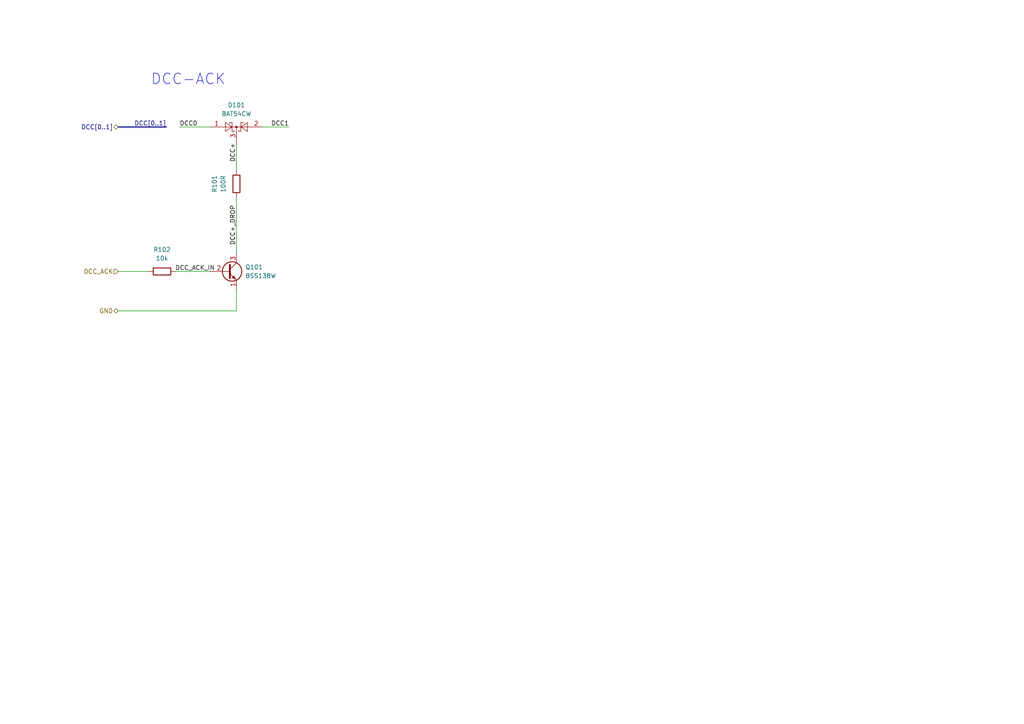
<source format=kicad_sch>
(kicad_sch
	(version 20231120)
	(generator "eeschema")
	(generator_version "8.0")
	(uuid "e494a89a-0a39-499b-b7b0-4f61cfd00d18")
	(paper "A4")
	(lib_symbols
		(symbol "Device:R"
			(pin_numbers hide)
			(pin_names
				(offset 0)
			)
			(exclude_from_sim no)
			(in_bom yes)
			(on_board yes)
			(property "Reference" "R"
				(at 2.032 0 90)
				(effects
					(font
						(size 1.27 1.27)
					)
				)
			)
			(property "Value" "R"
				(at 0 0 90)
				(effects
					(font
						(size 1.27 1.27)
					)
				)
			)
			(property "Footprint" ""
				(at -1.778 0 90)
				(effects
					(font
						(size 1.27 1.27)
					)
					(hide yes)
				)
			)
			(property "Datasheet" "~"
				(at 0 0 0)
				(effects
					(font
						(size 1.27 1.27)
					)
					(hide yes)
				)
			)
			(property "Description" "Resistor"
				(at 0 0 0)
				(effects
					(font
						(size 1.27 1.27)
					)
					(hide yes)
				)
			)
			(property "ki_keywords" "R res resistor"
				(at 0 0 0)
				(effects
					(font
						(size 1.27 1.27)
					)
					(hide yes)
				)
			)
			(property "ki_fp_filters" "R_*"
				(at 0 0 0)
				(effects
					(font
						(size 1.27 1.27)
					)
					(hide yes)
				)
			)
			(symbol "R_0_1"
				(rectangle
					(start -1.016 -2.54)
					(end 1.016 2.54)
					(stroke
						(width 0.254)
						(type default)
					)
					(fill
						(type none)
					)
				)
			)
			(symbol "R_1_1"
				(pin passive line
					(at 0 3.81 270)
					(length 1.27)
					(name "~"
						(effects
							(font
								(size 1.27 1.27)
							)
						)
					)
					(number "1"
						(effects
							(font
								(size 1.27 1.27)
							)
						)
					)
				)
				(pin passive line
					(at 0 -3.81 90)
					(length 1.27)
					(name "~"
						(effects
							(font
								(size 1.27 1.27)
							)
						)
					)
					(number "2"
						(effects
							(font
								(size 1.27 1.27)
							)
						)
					)
				)
			)
		)
		(symbol "Diode:BAT54C"
			(pin_names
				(offset 1.016)
			)
			(exclude_from_sim no)
			(in_bom yes)
			(on_board yes)
			(property "Reference" "D"
				(at 0.635 -3.81 0)
				(effects
					(font
						(size 1.27 1.27)
					)
					(justify left)
				)
			)
			(property "Value" "BAT54C"
				(at -6.35 3.175 0)
				(effects
					(font
						(size 1.27 1.27)
					)
					(justify left)
				)
			)
			(property "Footprint" "Package_TO_SOT_SMD:SOT-23"
				(at 1.905 3.175 0)
				(effects
					(font
						(size 1.27 1.27)
					)
					(justify left)
					(hide yes)
				)
			)
			(property "Datasheet" "http://www.diodes.com/_files/datasheets/ds11005.pdf"
				(at -2.032 0 0)
				(effects
					(font
						(size 1.27 1.27)
					)
					(hide yes)
				)
			)
			(property "Description" "dual schottky barrier diode, common cathode"
				(at 0 0 0)
				(effects
					(font
						(size 1.27 1.27)
					)
					(hide yes)
				)
			)
			(property "ki_keywords" "schottky diode common cathode"
				(at 0 0 0)
				(effects
					(font
						(size 1.27 1.27)
					)
					(hide yes)
				)
			)
			(property "ki_fp_filters" "SOT?23*"
				(at 0 0 0)
				(effects
					(font
						(size 1.27 1.27)
					)
					(hide yes)
				)
			)
			(symbol "BAT54C_0_1"
				(polyline
					(pts
						(xy -1.905 0) (xy 1.905 0)
					)
					(stroke
						(width 0)
						(type default)
					)
					(fill
						(type none)
					)
				)
				(polyline
					(pts
						(xy -1.905 1.27) (xy -1.905 1.016)
					)
					(stroke
						(width 0)
						(type default)
					)
					(fill
						(type none)
					)
				)
				(polyline
					(pts
						(xy -1.27 -1.27) (xy -0.635 -1.27)
					)
					(stroke
						(width 0)
						(type default)
					)
					(fill
						(type none)
					)
				)
				(polyline
					(pts
						(xy -1.27 0) (xy -3.81 0)
					)
					(stroke
						(width 0)
						(type default)
					)
					(fill
						(type none)
					)
				)
				(polyline
					(pts
						(xy -1.27 1.27) (xy -1.905 1.27)
					)
					(stroke
						(width 0)
						(type default)
					)
					(fill
						(type none)
					)
				)
				(polyline
					(pts
						(xy -1.27 1.27) (xy -1.27 -1.27)
					)
					(stroke
						(width 0)
						(type default)
					)
					(fill
						(type none)
					)
				)
				(polyline
					(pts
						(xy -0.635 -1.27) (xy -0.635 -1.016)
					)
					(stroke
						(width 0)
						(type default)
					)
					(fill
						(type none)
					)
				)
				(polyline
					(pts
						(xy 0.635 -1.27) (xy 0.635 -1.016)
					)
					(stroke
						(width 0)
						(type default)
					)
					(fill
						(type none)
					)
				)
				(polyline
					(pts
						(xy 1.27 -1.27) (xy 0.635 -1.27)
					)
					(stroke
						(width 0)
						(type default)
					)
					(fill
						(type none)
					)
				)
				(polyline
					(pts
						(xy 1.27 1.27) (xy 1.27 -1.27)
					)
					(stroke
						(width 0)
						(type default)
					)
					(fill
						(type none)
					)
				)
				(polyline
					(pts
						(xy 1.27 1.27) (xy 1.905 1.27)
					)
					(stroke
						(width 0)
						(type default)
					)
					(fill
						(type none)
					)
				)
				(polyline
					(pts
						(xy 1.905 1.27) (xy 1.905 1.016)
					)
					(stroke
						(width 0)
						(type default)
					)
					(fill
						(type none)
					)
				)
				(polyline
					(pts
						(xy 3.81 0) (xy 1.27 0)
					)
					(stroke
						(width 0)
						(type default)
					)
					(fill
						(type none)
					)
				)
				(polyline
					(pts
						(xy -3.175 -1.27) (xy -3.175 1.27) (xy -1.27 0) (xy -3.175 -1.27)
					)
					(stroke
						(width 0)
						(type default)
					)
					(fill
						(type none)
					)
				)
				(polyline
					(pts
						(xy 3.175 -1.27) (xy 3.175 1.27) (xy 1.27 0) (xy 3.175 -1.27)
					)
					(stroke
						(width 0)
						(type default)
					)
					(fill
						(type none)
					)
				)
				(circle
					(center 0 0)
					(radius 0.254)
					(stroke
						(width 0)
						(type default)
					)
					(fill
						(type outline)
					)
				)
			)
			(symbol "BAT54C_1_1"
				(pin passive line
					(at -7.62 0 0)
					(length 3.81)
					(name "~"
						(effects
							(font
								(size 1.27 1.27)
							)
						)
					)
					(number "1"
						(effects
							(font
								(size 1.27 1.27)
							)
						)
					)
				)
				(pin passive line
					(at 7.62 0 180)
					(length 3.81)
					(name "~"
						(effects
							(font
								(size 1.27 1.27)
							)
						)
					)
					(number "2"
						(effects
							(font
								(size 1.27 1.27)
							)
						)
					)
				)
				(pin passive line
					(at 0 -5.08 90)
					(length 5.08)
					(name "~"
						(effects
							(font
								(size 1.27 1.27)
							)
						)
					)
					(number "3"
						(effects
							(font
								(size 1.27 1.27)
							)
						)
					)
				)
			)
		)
		(symbol "Transistor_BJT:S8050"
			(pin_names
				(offset 0) hide)
			(exclude_from_sim no)
			(in_bom yes)
			(on_board yes)
			(property "Reference" "Q"
				(at 5.08 1.905 0)
				(effects
					(font
						(size 1.27 1.27)
					)
					(justify left)
				)
			)
			(property "Value" "S8050"
				(at 5.08 0 0)
				(effects
					(font
						(size 1.27 1.27)
					)
					(justify left)
				)
			)
			(property "Footprint" "Package_TO_SOT_THT:TO-92_Inline"
				(at 5.08 -1.905 0)
				(effects
					(font
						(size 1.27 1.27)
						(italic yes)
					)
					(justify left)
					(hide yes)
				)
			)
			(property "Datasheet" "http://www.unisonic.com.tw/datasheet/S8050.pdf"
				(at 0 0 0)
				(effects
					(font
						(size 1.27 1.27)
					)
					(justify left)
					(hide yes)
				)
			)
			(property "Description" "0.7A Ic, 20V Vce, Low Voltage High Current NPN Transistor, TO-92"
				(at 0 0 0)
				(effects
					(font
						(size 1.27 1.27)
					)
					(hide yes)
				)
			)
			(property "ki_keywords" "S8050 NPN Low Voltage High Current Transistor"
				(at 0 0 0)
				(effects
					(font
						(size 1.27 1.27)
					)
					(hide yes)
				)
			)
			(property "ki_fp_filters" "TO?92*"
				(at 0 0 0)
				(effects
					(font
						(size 1.27 1.27)
					)
					(hide yes)
				)
			)
			(symbol "S8050_0_1"
				(polyline
					(pts
						(xy 0 0) (xy 0.635 0)
					)
					(stroke
						(width 0)
						(type default)
					)
					(fill
						(type none)
					)
				)
				(polyline
					(pts
						(xy 0.635 0.635) (xy 2.54 2.54)
					)
					(stroke
						(width 0)
						(type default)
					)
					(fill
						(type none)
					)
				)
				(polyline
					(pts
						(xy 0.635 -0.635) (xy 2.54 -2.54) (xy 2.54 -2.54)
					)
					(stroke
						(width 0)
						(type default)
					)
					(fill
						(type none)
					)
				)
				(polyline
					(pts
						(xy 0.635 1.905) (xy 0.635 -1.905) (xy 0.635 -1.905)
					)
					(stroke
						(width 0.508)
						(type default)
					)
					(fill
						(type none)
					)
				)
				(polyline
					(pts
						(xy 1.27 -1.778) (xy 1.778 -1.27) (xy 2.286 -2.286) (xy 1.27 -1.778) (xy 1.27 -1.778)
					)
					(stroke
						(width 0)
						(type default)
					)
					(fill
						(type outline)
					)
				)
				(circle
					(center 1.27 0)
					(radius 2.8194)
					(stroke
						(width 0.254)
						(type default)
					)
					(fill
						(type none)
					)
				)
			)
			(symbol "S8050_1_1"
				(pin passive line
					(at 2.54 -5.08 90)
					(length 2.54)
					(name "E"
						(effects
							(font
								(size 1.27 1.27)
							)
						)
					)
					(number "1"
						(effects
							(font
								(size 1.27 1.27)
							)
						)
					)
				)
				(pin input line
					(at -5.08 0 0)
					(length 5.08)
					(name "B"
						(effects
							(font
								(size 1.27 1.27)
							)
						)
					)
					(number "2"
						(effects
							(font
								(size 1.27 1.27)
							)
						)
					)
				)
				(pin passive line
					(at 2.54 5.08 270)
					(length 2.54)
					(name "C"
						(effects
							(font
								(size 1.27 1.27)
							)
						)
					)
					(number "3"
						(effects
							(font
								(size 1.27 1.27)
							)
						)
					)
				)
			)
		)
	)
	(bus
		(pts
			(xy 48.26 36.83) (xy 34.29 36.83)
		)
		(stroke
			(width 0)
			(type default)
		)
		(uuid "019638fc-ac6a-4a73-b524-7f4b5bafa0bf")
	)
	(wire
		(pts
			(xy 83.82 36.83) (xy 76.2 36.83)
		)
		(stroke
			(width 0)
			(type default)
		)
		(uuid "046a64cc-1477-4495-89d6-0b9c757bea6b")
	)
	(wire
		(pts
			(xy 68.58 90.17) (xy 68.58 83.82)
		)
		(stroke
			(width 0)
			(type default)
		)
		(uuid "13dec4b5-b98f-421c-997b-9584a5dc49f4")
	)
	(wire
		(pts
			(xy 50.8 78.74) (xy 60.96 78.74)
		)
		(stroke
			(width 0)
			(type default)
		)
		(uuid "26447492-9e7e-496a-8eb3-48046190f08e")
	)
	(wire
		(pts
			(xy 34.29 90.17) (xy 68.58 90.17)
		)
		(stroke
			(width 0)
			(type default)
		)
		(uuid "597d06e2-f0a2-46e9-9090-77a373aac7f8")
	)
	(wire
		(pts
			(xy 52.07 36.83) (xy 60.96 36.83)
		)
		(stroke
			(width 0)
			(type default)
		)
		(uuid "650f7fc2-eba9-4e29-b055-0d7c772af6cd")
	)
	(wire
		(pts
			(xy 68.58 57.15) (xy 68.58 73.66)
		)
		(stroke
			(width 0)
			(type default)
		)
		(uuid "8f519644-b29e-4761-8cf7-7633b6c51d27")
	)
	(wire
		(pts
			(xy 34.29 78.74) (xy 43.18 78.74)
		)
		(stroke
			(width 0)
			(type default)
		)
		(uuid "9d15097e-2203-4800-92ee-8a45186f4f47")
	)
	(wire
		(pts
			(xy 68.58 41.91) (xy 68.58 49.53)
		)
		(stroke
			(width 0)
			(type default)
		)
		(uuid "f8e57ee1-1974-4019-960b-6a5bba7bf838")
	)
	(text "DCC-ACK"
		(exclude_from_sim no)
		(at 54.61 23.114 0)
		(effects
			(font
				(size 3.048 3.048)
			)
		)
		(uuid "a0946903-8b25-4374-bc45-fcc121de75a9")
	)
	(label "DCC_ACK_IN"
		(at 50.8 78.74 0)
		(effects
			(font
				(size 1.27 1.27)
			)
			(justify left bottom)
		)
		(uuid "04bfcfc3-7dc8-493c-b160-780b071dfd0b")
	)
	(label "DCC[0..1]"
		(at 48.26 36.83 180)
		(effects
			(font
				(size 1.27 1.27)
			)
			(justify right bottom)
		)
		(uuid "05393f76-38c1-44b4-8310-f46802cfe37a")
	)
	(label "DCC+_DROP"
		(at 68.58 71.12 90)
		(effects
			(font
				(size 1.27 1.27)
			)
			(justify left bottom)
		)
		(uuid "054cf3ac-c4d9-4bc1-9455-3c43664c4a6c")
	)
	(label "DCC0"
		(at 52.07 36.83 0)
		(effects
			(font
				(size 1.27 1.27)
			)
			(justify left bottom)
		)
		(uuid "334910aa-ef5b-467c-9757-6ec4ccffdf82")
	)
	(label "DCC+"
		(at 68.58 46.99 90)
		(effects
			(font
				(size 1.27 1.27)
			)
			(justify left bottom)
		)
		(uuid "d4517f4a-e858-47e7-8ebe-a9462544fbe2")
	)
	(label "DCC1"
		(at 83.82 36.83 180)
		(effects
			(font
				(size 1.27 1.27)
			)
			(justify right bottom)
		)
		(uuid "da62e221-70a1-4b47-be5d-3623bb2818d6")
	)
	(hierarchical_label "DCC[0..1]"
		(shape bidirectional)
		(at 34.29 36.83 180)
		(effects
			(font
				(size 1.27 1.27)
			)
			(justify right)
		)
		(uuid "2f9136b8-72be-4e94-b6d9-a981e9adb525")
	)
	(hierarchical_label "GND"
		(shape bidirectional)
		(at 34.29 90.17 180)
		(effects
			(font
				(size 1.27 1.27)
			)
			(justify right)
		)
		(uuid "9eda1621-f962-4215-bbf2-b822638b8a1c")
	)
	(hierarchical_label "DCC_ACK"
		(shape input)
		(at 34.29 78.74 180)
		(effects
			(font
				(size 1.27 1.27)
			)
			(justify right)
		)
		(uuid "a9f41e5a-82fa-4885-ab58-41e723fd78bf")
	)
	(symbol
		(lib_id "Device:R")
		(at 68.58 53.34 180)
		(unit 1)
		(exclude_from_sim no)
		(in_bom yes)
		(on_board yes)
		(dnp no)
		(uuid "08069ce0-37c9-4daf-a1f8-b9e42cf52c19")
		(property "Reference" "R101"
			(at 62.23 53.34 90)
			(effects
				(font
					(size 1.27 1.27)
				)
			)
		)
		(property "Value" "100R"
			(at 64.77 53.34 90)
			(effects
				(font
					(size 1.27 1.27)
				)
			)
		)
		(property "Footprint" "Resistor_SMD:R_0402_1005Metric"
			(at 70.358 53.34 90)
			(effects
				(font
					(size 1.27 1.27)
				)
				(hide yes)
			)
		)
		(property "Datasheet" "~"
			(at 68.58 53.34 0)
			(effects
				(font
					(size 1.27 1.27)
				)
				(hide yes)
			)
		)
		(property "Description" "Resistor"
			(at 68.58 53.34 0)
			(effects
				(font
					(size 1.27 1.27)
				)
				(hide yes)
			)
		)
		(property "LCSC" "C25744"
			(at 68.58 53.34 0)
			(effects
				(font
					(size 1.27 1.27)
				)
				(hide yes)
			)
		)
		(property "Field-1" ""
			(at 68.58 53.34 0)
			(effects
				(font
					(size 1.27 1.27)
				)
				(hide yes)
			)
		)
		(property "OLI_ID" "100R_0402"
			(at 68.58 53.34 0)
			(effects
				(font
					(size 1.27 1.27)
				)
				(hide yes)
			)
		)
		(property "Frequency" ""
			(at 68.58 53.34 0)
			(effects
				(font
					(size 1.27 1.27)
				)
				(hide yes)
			)
		)
		(property "LCSC Part #" ""
			(at 68.58 53.34 0)
			(effects
				(font
					(size 1.27 1.27)
				)
				(hide yes)
			)
		)
		(property "rohs_cert_or_in_datasheet" ""
			(at 68.58 53.34 0)
			(effects
				(font
					(size 1.27 1.27)
				)
				(hide yes)
			)
		)
		(property "Sim.Library" ""
			(at 68.58 53.34 0)
			(effects
				(font
					(size 1.27 1.27)
				)
				(hide yes)
			)
		)
		(property "Sim.Name" ""
			(at 68.58 53.34 0)
			(effects
				(font
					(size 1.27 1.27)
				)
				(hide yes)
			)
		)
		(property "Sim.Device" "R"
			(at 68.58 53.34 0)
			(effects
				(font
					(size 1.27 1.27)
				)
				(hide yes)
			)
		)
		(property "Sim.Pins" "1=+ 2=-"
			(at 68.58 53.34 0)
			(effects
				(font
					(size 1.27 1.27)
				)
				(hide yes)
			)
		)
		(property "P/N" ""
			(at 68.58 53.34 0)
			(effects
				(font
					(size 1.27 1.27)
				)
				(hide yes)
			)
		)
		(pin "1"
			(uuid "fc7851a5-411f-4625-9a11-75fa7616928d")
		)
		(pin "2"
			(uuid "1b48cd92-c668-44c0-a425-dc065a74e183")
		)
		(instances
			(project "rails-signal-acknowledge_dcc"
				(path "/e494a89a-0a39-499b-b7b0-4f61cfd00d18"
					(reference "R101")
					(unit 1)
				)
			)
			(project "xDuinoRails-Fortuna-M"
				(path "/fb33ec4e-6596-45d2-a121-8d3475acd69a/c9229de7-1ed3-435d-9b11-33fa2e05ec65/deaf1b68-8bb1-4a22-bf5f-eab4be33579f"
					(reference "R601")
					(unit 1)
				)
			)
		)
	)
	(symbol
		(lib_id "Diode:BAT54C")
		(at 68.58 36.83 0)
		(unit 1)
		(exclude_from_sim no)
		(in_bom yes)
		(on_board yes)
		(dnp no)
		(fields_autoplaced yes)
		(uuid "319d2021-5fed-4674-9480-8a7b879b51c3")
		(property "Reference" "D101"
			(at 68.58 30.48 0)
			(effects
				(font
					(size 1.27 1.27)
				)
			)
		)
		(property "Value" "BAT54CW"
			(at 68.58 33.02 0)
			(effects
				(font
					(size 1.27 1.27)
				)
			)
		)
		(property "Footprint" "Package_TO_SOT_SMD:SOT-323_SC-70"
			(at 70.485 33.655 0)
			(effects
				(font
					(size 1.27 1.27)
				)
				(justify left)
				(hide yes)
			)
		)
		(property "Datasheet" "http://www.diodes.com/_files/datasheets/ds11005.pdf"
			(at 66.548 36.83 0)
			(effects
				(font
					(size 1.27 1.27)
				)
				(hide yes)
			)
		)
		(property "Description" "dual schottky barrier diode, common cathode"
			(at 68.58 36.83 0)
			(effects
				(font
					(size 1.27 1.27)
				)
				(hide yes)
			)
		)
		(property "P/N" ""
			(at 68.58 36.83 0)
			(effects
				(font
					(size 1.27 1.27)
				)
				(hide yes)
			)
		)
		(property "OLI_ID" "BAT54C_SOT-23"
			(at 68.58 36.83 0)
			(effects
				(font
					(size 1.27 1.27)
				)
				(hide yes)
			)
		)
		(property "Sim.Device" "D"
			(at 68.58 36.83 0)
			(effects
				(font
					(size 1.27 1.27)
				)
				(hide yes)
			)
		)
		(property "Sim.Pins" "1=A 3=K"
			(at 68.58 36.83 0)
			(effects
				(font
					(size 1.27 1.27)
				)
				(hide yes)
			)
		)
		(pin "2"
			(uuid "28b4f93b-5c10-4b40-b1b0-33e69b330c10")
		)
		(pin "3"
			(uuid "56f56b1a-55e6-4424-add1-b9d93f3bbf88")
		)
		(pin "1"
			(uuid "48812072-05e3-424c-9ec9-920395a51df1")
		)
		(instances
			(project "rails-signal-acknowledge_dcc"
				(path "/e494a89a-0a39-499b-b7b0-4f61cfd00d18"
					(reference "D101")
					(unit 1)
				)
			)
			(project "xDuinoRails-Fortuna-M"
				(path "/fb33ec4e-6596-45d2-a121-8d3475acd69a/c9229de7-1ed3-435d-9b11-33fa2e05ec65/deaf1b68-8bb1-4a22-bf5f-eab4be33579f"
					(reference "D601")
					(unit 1)
				)
			)
		)
	)
	(symbol
		(lib_id "Device:R")
		(at 46.99 78.74 90)
		(unit 1)
		(exclude_from_sim no)
		(in_bom yes)
		(on_board yes)
		(dnp no)
		(uuid "8e40fe18-eb2f-4d33-a104-125c8fd16cd5")
		(property "Reference" "R102"
			(at 46.99 72.39 90)
			(effects
				(font
					(size 1.27 1.27)
				)
			)
		)
		(property "Value" "10k"
			(at 46.99 74.93 90)
			(effects
				(font
					(size 1.27 1.27)
				)
			)
		)
		(property "Footprint" "Resistor_SMD:R_0402_1005Metric"
			(at 46.99 80.518 90)
			(effects
				(font
					(size 1.27 1.27)
				)
				(hide yes)
			)
		)
		(property "Datasheet" "~"
			(at 46.99 78.74 0)
			(effects
				(font
					(size 1.27 1.27)
				)
				(hide yes)
			)
		)
		(property "Description" "Resistor"
			(at 46.99 78.74 0)
			(effects
				(font
					(size 1.27 1.27)
				)
				(hide yes)
			)
		)
		(property "LCSC" "C25744"
			(at 46.99 78.74 0)
			(effects
				(font
					(size 1.27 1.27)
				)
				(hide yes)
			)
		)
		(property "Field-1" ""
			(at 46.99 78.74 0)
			(effects
				(font
					(size 1.27 1.27)
				)
				(hide yes)
			)
		)
		(property "OLI_ID" "10k_0402"
			(at 46.99 78.74 0)
			(effects
				(font
					(size 1.27 1.27)
				)
				(hide yes)
			)
		)
		(property "Frequency" ""
			(at 46.99 78.74 0)
			(effects
				(font
					(size 1.27 1.27)
				)
				(hide yes)
			)
		)
		(property "LCSC Part #" ""
			(at 46.99 78.74 0)
			(effects
				(font
					(size 1.27 1.27)
				)
				(hide yes)
			)
		)
		(property "rohs_cert_or_in_datasheet" ""
			(at 46.99 78.74 0)
			(effects
				(font
					(size 1.27 1.27)
				)
				(hide yes)
			)
		)
		(property "Sim.Library" ""
			(at 46.99 78.74 0)
			(effects
				(font
					(size 1.27 1.27)
				)
				(hide yes)
			)
		)
		(property "Sim.Name" ""
			(at 46.99 78.74 0)
			(effects
				(font
					(size 1.27 1.27)
				)
				(hide yes)
			)
		)
		(property "Sim.Device" "R"
			(at 46.99 78.74 0)
			(effects
				(font
					(size 1.27 1.27)
				)
				(hide yes)
			)
		)
		(property "Sim.Pins" "1=+ 2=-"
			(at 46.99 78.74 0)
			(effects
				(font
					(size 1.27 1.27)
				)
				(hide yes)
			)
		)
		(property "P/N" ""
			(at 46.99 78.74 0)
			(effects
				(font
					(size 1.27 1.27)
				)
				(hide yes)
			)
		)
		(pin "1"
			(uuid "2690bd4a-5cbc-4169-9ff7-7da7facb2cff")
		)
		(pin "2"
			(uuid "05a4cd92-f020-4924-8ba2-ab39e7fb5b6a")
		)
		(instances
			(project "rails-signal-acknowledge_dcc"
				(path "/e494a89a-0a39-499b-b7b0-4f61cfd00d18"
					(reference "R102")
					(unit 1)
				)
			)
			(project "xDuinoRails-Fortuna-M"
				(path "/fb33ec4e-6596-45d2-a121-8d3475acd69a/c9229de7-1ed3-435d-9b11-33fa2e05ec65/deaf1b68-8bb1-4a22-bf5f-eab4be33579f"
					(reference "R602")
					(unit 1)
				)
			)
		)
	)
	(symbol
		(lib_id "Transistor_BJT:S8050")
		(at 66.04 78.74 0)
		(unit 1)
		(exclude_from_sim no)
		(in_bom yes)
		(on_board yes)
		(dnp no)
		(uuid "f26a7b70-4b21-4638-94b6-4f8d64ecaa0f")
		(property "Reference" "Q101"
			(at 71.12 77.47 0)
			(effects
				(font
					(size 1.27 1.27)
				)
				(justify left)
			)
		)
		(property "Value" "BSS138W"
			(at 71.12 80.01 0)
			(effects
				(font
					(size 1.27 1.27)
				)
				(justify left)
			)
		)
		(property "Footprint" "Package_TO_SOT_SMD:SOT-323_SC-70"
			(at 71.12 80.645 0)
			(effects
				(font
					(size 1.27 1.27)
					(italic yes)
				)
				(justify left)
				(hide yes)
			)
		)
		(property "Datasheet" "http://www.unisonic.com.tw/datasheet/S8050.pdf"
			(at 66.04 78.74 0)
			(effects
				(font
					(size 1.27 1.27)
				)
				(justify left)
				(hide yes)
			)
		)
		(property "Description" "0.7A Ic, 20V Vce, Low Voltage High Current NPN Transistor, TO-92"
			(at 66.04 78.74 0)
			(effects
				(font
					(size 1.27 1.27)
				)
				(hide yes)
			)
		)
		(property "LCSC" "C2150"
			(at 66.04 78.74 0)
			(effects
				(font
					(size 1.27 1.27)
				)
				(hide yes)
			)
		)
		(property "Field-1" ""
			(at 66.04 78.74 0)
			(effects
				(font
					(size 1.27 1.27)
				)
				(hide yes)
			)
		)
		(property "OLI_ID" "BSS138W_SOT-323"
			(at 66.04 78.74 0)
			(effects
				(font
					(size 1.27 1.27)
				)
				(hide yes)
			)
		)
		(property "Frequency" ""
			(at 66.04 78.74 0)
			(effects
				(font
					(size 1.27 1.27)
				)
				(hide yes)
			)
		)
		(property "LCSC Part #" ""
			(at 66.04 78.74 0)
			(effects
				(font
					(size 1.27 1.27)
				)
				(hide yes)
			)
		)
		(property "rohs_cert_or_in_datasheet" ""
			(at 66.04 78.74 0)
			(effects
				(font
					(size 1.27 1.27)
				)
				(hide yes)
			)
		)
		(property "Sim.Device" "NPN"
			(at 66.04 78.74 0)
			(effects
				(font
					(size 1.27 1.27)
				)
				(hide yes)
			)
		)
		(property "Sim.Pins" "1=E 2=B 3=C"
			(at 66.04 78.74 0)
			(effects
				(font
					(size 1.27 1.27)
				)
				(hide yes)
			)
		)
		(property "Sim.Type" "GUMMELPOON"
			(at 66.04 78.74 0)
			(effects
				(font
					(size 1.27 1.27)
				)
				(hide yes)
			)
		)
		(property "Sim.Library" "__ltspice\\8x50.lib"
			(at 66.04 78.74 0)
			(effects
				(font
					(size 1.27 1.27)
				)
				(hide yes)
			)
		)
		(property "Sim.Name" "S8050"
			(at 66.04 78.74 0)
			(effects
				(font
					(size 1.27 1.27)
				)
				(hide yes)
			)
		)
		(property "P/N" ""
			(at 66.04 78.74 0)
			(effects
				(font
					(size 1.27 1.27)
				)
				(hide yes)
			)
		)
		(pin "1"
			(uuid "0053a402-69f7-48cf-aa0a-498c569925df")
		)
		(pin "2"
			(uuid "172a8b4d-76c3-470e-909f-6d1d1812303a")
		)
		(pin "3"
			(uuid "c3f94e46-40b4-4031-9abb-363ee2acafab")
		)
		(instances
			(project "rails-signal-acknowledge_dcc"
				(path "/e494a89a-0a39-499b-b7b0-4f61cfd00d18"
					(reference "Q101")
					(unit 1)
				)
			)
			(project "xDuinoRails-Fortuna-M"
				(path "/fb33ec4e-6596-45d2-a121-8d3475acd69a/c9229de7-1ed3-435d-9b11-33fa2e05ec65/deaf1b68-8bb1-4a22-bf5f-eab4be33579f"
					(reference "Q601")
					(unit 1)
				)
			)
		)
	)
	(sheet_instances
		(path "/"
			(page "1")
		)
	)
)

</source>
